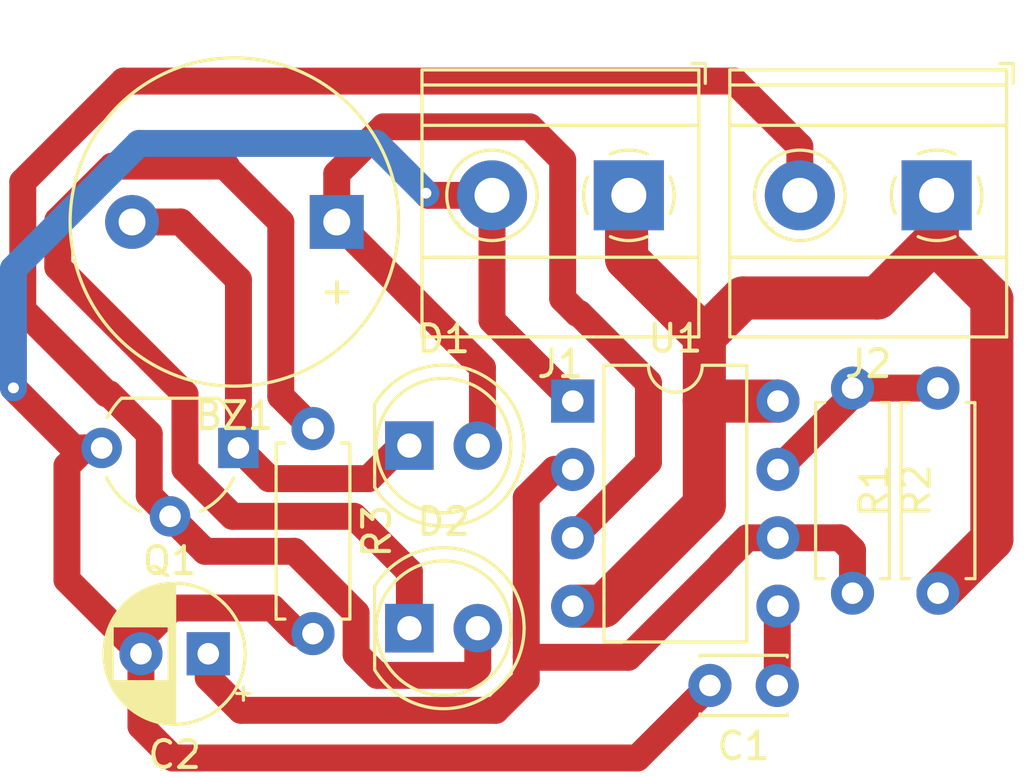
<source format=kicad_pcb>
(kicad_pcb (version 20171130) (host pcbnew "(5.1.12)-1")

  (general
    (thickness 1.6)
    (drawings 0)
    (tracks 118)
    (zones 0)
    (modules 12)
    (nets 10)
  )

  (page A4)
  (layers
    (0 F.Cu signal)
    (31 B.Cu signal)
    (32 B.Adhes user)
    (33 F.Adhes user)
    (34 B.Paste user)
    (35 F.Paste user)
    (36 B.SilkS user)
    (37 F.SilkS user)
    (38 B.Mask user)
    (39 F.Mask user)
    (40 Dwgs.User user)
    (41 Cmts.User user)
    (42 Eco1.User user)
    (43 Eco2.User user)
    (44 Edge.Cuts user)
    (45 Margin user)
    (46 B.CrtYd user)
    (47 F.CrtYd user)
    (48 B.Fab user)
    (49 F.Fab user)
  )

  (setup
    (last_trace_width 1)
    (trace_clearance 0.3)
    (zone_clearance 0.508)
    (zone_45_only no)
    (trace_min 0.2)
    (via_size 0.8)
    (via_drill 0.4)
    (via_min_size 0.4)
    (via_min_drill 0.3)
    (uvia_size 0.3)
    (uvia_drill 0.1)
    (uvias_allowed no)
    (uvia_min_size 0.2)
    (uvia_min_drill 0.1)
    (edge_width 0.05)
    (segment_width 0.2)
    (pcb_text_width 0.3)
    (pcb_text_size 1.5 1.5)
    (mod_edge_width 0.12)
    (mod_text_size 1 1)
    (mod_text_width 0.15)
    (pad_size 1.524 1.524)
    (pad_drill 0.762)
    (pad_to_mask_clearance 0)
    (aux_axis_origin 0 0)
    (visible_elements FFFFFF7F)
    (pcbplotparams
      (layerselection 0x010fc_ffffffff)
      (usegerberextensions false)
      (usegerberattributes true)
      (usegerberadvancedattributes true)
      (creategerberjobfile true)
      (excludeedgelayer true)
      (linewidth 0.100000)
      (plotframeref false)
      (viasonmask false)
      (mode 1)
      (useauxorigin false)
      (hpglpennumber 1)
      (hpglpenspeed 20)
      (hpglpendiameter 15.000000)
      (psnegative false)
      (psa4output false)
      (plotreference true)
      (plotvalue true)
      (plotinvisibletext false)
      (padsonsilk false)
      (subtractmaskfromsilk false)
      (outputformat 1)
      (mirror false)
      (drillshape 1)
      (scaleselection 1)
      (outputdirectory ""))
  )

  (net 0 "")
  (net 1 "Net-(BZ1-Pad2)")
  (net 2 out)
  (net 3 GND)
  (net 4 "Net-(C1-Pad1)")
  (net 5 "Net-(C2-Pad1)")
  (net 6 "Net-(D2-Pad2)")
  (net 7 "Net-(D2-Pad1)")
  (net 8 +9V)
  (net 9 "Net-(R1-Pad2)")

  (net_class Default "This is the default net class."
    (clearance 0.3)
    (trace_width 1)
    (via_dia 0.8)
    (via_drill 0.4)
    (uvia_dia 0.3)
    (uvia_drill 0.1)
    (add_net "Net-(BZ1-Pad2)")
    (add_net "Net-(C1-Pad1)")
    (add_net "Net-(C2-Pad1)")
    (add_net "Net-(D2-Pad1)")
    (add_net "Net-(D2-Pad2)")
    (add_net "Net-(R1-Pad2)")
    (add_net out)
  )

  (net_class power ""
    (clearance 0.3)
    (trace_width 1.6)
    (via_dia 0.8)
    (via_drill 0.4)
    (uvia_dia 0.3)
    (uvia_drill 0.1)
    (add_net +9V)
  )

  (net_class pw ""
    (clearance 0.2)
    (trace_width 1)
    (via_dia 0.8)
    (via_drill 0.4)
    (uvia_dia 0.3)
    (uvia_drill 0.1)
    (add_net GND)
  )

  (module Package_DIP:DIP-8_W7.62mm (layer F.Cu) (tedit 5A02E8C5) (tstamp 61992EAD)
    (at 99.6188 104.0384)
    (descr "8-lead though-hole mounted DIP package, row spacing 7.62 mm (300 mils)")
    (tags "THT DIP DIL PDIP 2.54mm 7.62mm 300mil")
    (path /619C06D6)
    (fp_text reference U1 (at 3.81 -2.33) (layer F.SilkS)
      (effects (font (size 1 1) (thickness 0.15)))
    )
    (fp_text value NE555P (at 3.81 9.95) (layer F.Fab)
      (effects (font (size 1 1) (thickness 0.15)))
    )
    (fp_text user %R (at 3.81 3.81) (layer F.Fab)
      (effects (font (size 1 1) (thickness 0.15)))
    )
    (fp_arc (start 3.81 -1.33) (end 2.81 -1.33) (angle -180) (layer F.SilkS) (width 0.12))
    (fp_line (start 1.635 -1.27) (end 6.985 -1.27) (layer F.Fab) (width 0.1))
    (fp_line (start 6.985 -1.27) (end 6.985 8.89) (layer F.Fab) (width 0.1))
    (fp_line (start 6.985 8.89) (end 0.635 8.89) (layer F.Fab) (width 0.1))
    (fp_line (start 0.635 8.89) (end 0.635 -0.27) (layer F.Fab) (width 0.1))
    (fp_line (start 0.635 -0.27) (end 1.635 -1.27) (layer F.Fab) (width 0.1))
    (fp_line (start 2.81 -1.33) (end 1.16 -1.33) (layer F.SilkS) (width 0.12))
    (fp_line (start 1.16 -1.33) (end 1.16 8.95) (layer F.SilkS) (width 0.12))
    (fp_line (start 1.16 8.95) (end 6.46 8.95) (layer F.SilkS) (width 0.12))
    (fp_line (start 6.46 8.95) (end 6.46 -1.33) (layer F.SilkS) (width 0.12))
    (fp_line (start 6.46 -1.33) (end 4.81 -1.33) (layer F.SilkS) (width 0.12))
    (fp_line (start -1.1 -1.55) (end -1.1 9.15) (layer F.CrtYd) (width 0.05))
    (fp_line (start -1.1 9.15) (end 8.7 9.15) (layer F.CrtYd) (width 0.05))
    (fp_line (start 8.7 9.15) (end 8.7 -1.55) (layer F.CrtYd) (width 0.05))
    (fp_line (start 8.7 -1.55) (end -1.1 -1.55) (layer F.CrtYd) (width 0.05))
    (pad 8 thru_hole oval (at 7.62 0) (size 1.6 1.6) (drill 0.8) (layers *.Cu *.Mask)
      (net 8 +9V))
    (pad 4 thru_hole oval (at 0 7.62) (size 1.6 1.6) (drill 0.8) (layers *.Cu *.Mask)
      (net 8 +9V))
    (pad 7 thru_hole oval (at 7.62 2.54) (size 1.6 1.6) (drill 0.8) (layers *.Cu *.Mask)
      (net 9 "Net-(R1-Pad2)"))
    (pad 3 thru_hole oval (at 0 5.08) (size 1.6 1.6) (drill 0.8) (layers *.Cu *.Mask)
      (net 2 out))
    (pad 6 thru_hole oval (at 7.62 5.08) (size 1.6 1.6) (drill 0.8) (layers *.Cu *.Mask)
      (net 5 "Net-(C2-Pad1)"))
    (pad 2 thru_hole oval (at 0 2.54) (size 1.6 1.6) (drill 0.8) (layers *.Cu *.Mask)
      (net 5 "Net-(C2-Pad1)"))
    (pad 5 thru_hole oval (at 7.62 7.62) (size 1.6 1.6) (drill 0.8) (layers *.Cu *.Mask)
      (net 4 "Net-(C1-Pad1)"))
    (pad 1 thru_hole rect (at 0 0) (size 1.6 1.6) (drill 0.8) (layers *.Cu *.Mask)
      (net 3 GND))
    (model ${KISYS3DMOD}/Package_DIP.3dshapes/DIP-8_W7.62mm.wrl
      (at (xyz 0 0 0))
      (scale (xyz 1 1 1))
      (rotate (xyz 0 0 0))
    )
  )

  (module Resistor_THT:R_Axial_DIN0207_L6.3mm_D2.5mm_P7.62mm_Horizontal (layer F.Cu) (tedit 5AE5139B) (tstamp 61992E91)
    (at 89.97442 105.05948 270)
    (descr "Resistor, Axial_DIN0207 series, Axial, Horizontal, pin pitch=7.62mm, 0.25W = 1/4W, length*diameter=6.3*2.5mm^2, http://cdn-reichelt.de/documents/datenblatt/B400/1_4W%23YAG.pdf")
    (tags "Resistor Axial_DIN0207 series Axial Horizontal pin pitch 7.62mm 0.25W = 1/4W length 6.3mm diameter 2.5mm")
    (path /619A189F)
    (fp_text reference R3 (at 3.81 -2.37 90) (layer F.SilkS)
      (effects (font (size 1 1) (thickness 0.15)))
    )
    (fp_text value 1k (at 3.81 2.37 90) (layer F.Fab)
      (effects (font (size 1 1) (thickness 0.15)))
    )
    (fp_text user %R (at 3.81 0 90) (layer F.Fab)
      (effects (font (size 1 1) (thickness 0.15)))
    )
    (fp_line (start 0.66 -1.25) (end 0.66 1.25) (layer F.Fab) (width 0.1))
    (fp_line (start 0.66 1.25) (end 6.96 1.25) (layer F.Fab) (width 0.1))
    (fp_line (start 6.96 1.25) (end 6.96 -1.25) (layer F.Fab) (width 0.1))
    (fp_line (start 6.96 -1.25) (end 0.66 -1.25) (layer F.Fab) (width 0.1))
    (fp_line (start 0 0) (end 0.66 0) (layer F.Fab) (width 0.1))
    (fp_line (start 7.62 0) (end 6.96 0) (layer F.Fab) (width 0.1))
    (fp_line (start 0.54 -1.04) (end 0.54 -1.37) (layer F.SilkS) (width 0.12))
    (fp_line (start 0.54 -1.37) (end 7.08 -1.37) (layer F.SilkS) (width 0.12))
    (fp_line (start 7.08 -1.37) (end 7.08 -1.04) (layer F.SilkS) (width 0.12))
    (fp_line (start 0.54 1.04) (end 0.54 1.37) (layer F.SilkS) (width 0.12))
    (fp_line (start 0.54 1.37) (end 7.08 1.37) (layer F.SilkS) (width 0.12))
    (fp_line (start 7.08 1.37) (end 7.08 1.04) (layer F.SilkS) (width 0.12))
    (fp_line (start -1.05 -1.5) (end -1.05 1.5) (layer F.CrtYd) (width 0.05))
    (fp_line (start -1.05 1.5) (end 8.67 1.5) (layer F.CrtYd) (width 0.05))
    (fp_line (start 8.67 1.5) (end 8.67 -1.5) (layer F.CrtYd) (width 0.05))
    (fp_line (start 8.67 -1.5) (end -1.05 -1.5) (layer F.CrtYd) (width 0.05))
    (pad 2 thru_hole oval (at 7.62 0 270) (size 1.6 1.6) (drill 0.8) (layers *.Cu *.Mask)
      (net 3 GND))
    (pad 1 thru_hole circle (at 0 0 270) (size 1.6 1.6) (drill 0.8) (layers *.Cu *.Mask)
      (net 7 "Net-(D2-Pad1)"))
    (model ${KISYS3DMOD}/Resistor_THT.3dshapes/R_Axial_DIN0207_L6.3mm_D2.5mm_P7.62mm_Horizontal.wrl
      (at (xyz 0 0 0))
      (scale (xyz 1 1 1))
      (rotate (xyz 0 0 0))
    )
  )

  (module Resistor_THT:R_Axial_DIN0207_L6.3mm_D2.5mm_P7.62mm_Horizontal (layer F.Cu) (tedit 5AE5139B) (tstamp 61992E7A)
    (at 110.0074 103.5558 270)
    (descr "Resistor, Axial_DIN0207 series, Axial, Horizontal, pin pitch=7.62mm, 0.25W = 1/4W, length*diameter=6.3*2.5mm^2, http://cdn-reichelt.de/documents/datenblatt/B400/1_4W%23YAG.pdf")
    (tags "Resistor Axial_DIN0207 series Axial Horizontal pin pitch 7.62mm 0.25W = 1/4W length 6.3mm diameter 2.5mm")
    (path /619950B6)
    (fp_text reference R2 (at 3.81 -2.37 90) (layer F.SilkS)
      (effects (font (size 1 1) (thickness 0.15)))
    )
    (fp_text value 440k (at 3.81 2.37 90) (layer F.Fab)
      (effects (font (size 1 1) (thickness 0.15)))
    )
    (fp_text user %R (at 3.81 0 90) (layer F.Fab)
      (effects (font (size 1 1) (thickness 0.15)))
    )
    (fp_line (start 0.66 -1.25) (end 0.66 1.25) (layer F.Fab) (width 0.1))
    (fp_line (start 0.66 1.25) (end 6.96 1.25) (layer F.Fab) (width 0.1))
    (fp_line (start 6.96 1.25) (end 6.96 -1.25) (layer F.Fab) (width 0.1))
    (fp_line (start 6.96 -1.25) (end 0.66 -1.25) (layer F.Fab) (width 0.1))
    (fp_line (start 0 0) (end 0.66 0) (layer F.Fab) (width 0.1))
    (fp_line (start 7.62 0) (end 6.96 0) (layer F.Fab) (width 0.1))
    (fp_line (start 0.54 -1.04) (end 0.54 -1.37) (layer F.SilkS) (width 0.12))
    (fp_line (start 0.54 -1.37) (end 7.08 -1.37) (layer F.SilkS) (width 0.12))
    (fp_line (start 7.08 -1.37) (end 7.08 -1.04) (layer F.SilkS) (width 0.12))
    (fp_line (start 0.54 1.04) (end 0.54 1.37) (layer F.SilkS) (width 0.12))
    (fp_line (start 0.54 1.37) (end 7.08 1.37) (layer F.SilkS) (width 0.12))
    (fp_line (start 7.08 1.37) (end 7.08 1.04) (layer F.SilkS) (width 0.12))
    (fp_line (start -1.05 -1.5) (end -1.05 1.5) (layer F.CrtYd) (width 0.05))
    (fp_line (start -1.05 1.5) (end 8.67 1.5) (layer F.CrtYd) (width 0.05))
    (fp_line (start 8.67 1.5) (end 8.67 -1.5) (layer F.CrtYd) (width 0.05))
    (fp_line (start 8.67 -1.5) (end -1.05 -1.5) (layer F.CrtYd) (width 0.05))
    (pad 2 thru_hole oval (at 7.62 0 270) (size 1.6 1.6) (drill 0.8) (layers *.Cu *.Mask)
      (net 5 "Net-(C2-Pad1)"))
    (pad 1 thru_hole circle (at 0 0 270) (size 1.6 1.6) (drill 0.8) (layers *.Cu *.Mask)
      (net 9 "Net-(R1-Pad2)"))
    (model ${KISYS3DMOD}/Resistor_THT.3dshapes/R_Axial_DIN0207_L6.3mm_D2.5mm_P7.62mm_Horizontal.wrl
      (at (xyz 0 0 0))
      (scale (xyz 1 1 1))
      (rotate (xyz 0 0 0))
    )
  )

  (module Resistor_THT:R_Axial_DIN0207_L6.3mm_D2.5mm_P7.62mm_Horizontal (layer F.Cu) (tedit 5AE5139B) (tstamp 61992E63)
    (at 113.1824 111.1758 90)
    (descr "Resistor, Axial_DIN0207 series, Axial, Horizontal, pin pitch=7.62mm, 0.25W = 1/4W, length*diameter=6.3*2.5mm^2, http://cdn-reichelt.de/documents/datenblatt/B400/1_4W%23YAG.pdf")
    (tags "Resistor Axial_DIN0207 series Axial Horizontal pin pitch 7.62mm 0.25W = 1/4W length 6.3mm diameter 2.5mm")
    (path /6199680F)
    (fp_text reference R1 (at 3.81 -2.37 90) (layer F.SilkS)
      (effects (font (size 1 1) (thickness 0.15)))
    )
    (fp_text value 1k (at 3.81 2.37 90) (layer F.Fab)
      (effects (font (size 1 1) (thickness 0.15)))
    )
    (fp_text user %R (at 3.81 0 90) (layer F.Fab)
      (effects (font (size 1 1) (thickness 0.15)))
    )
    (fp_line (start 0.66 -1.25) (end 0.66 1.25) (layer F.Fab) (width 0.1))
    (fp_line (start 0.66 1.25) (end 6.96 1.25) (layer F.Fab) (width 0.1))
    (fp_line (start 6.96 1.25) (end 6.96 -1.25) (layer F.Fab) (width 0.1))
    (fp_line (start 6.96 -1.25) (end 0.66 -1.25) (layer F.Fab) (width 0.1))
    (fp_line (start 0 0) (end 0.66 0) (layer F.Fab) (width 0.1))
    (fp_line (start 7.62 0) (end 6.96 0) (layer F.Fab) (width 0.1))
    (fp_line (start 0.54 -1.04) (end 0.54 -1.37) (layer F.SilkS) (width 0.12))
    (fp_line (start 0.54 -1.37) (end 7.08 -1.37) (layer F.SilkS) (width 0.12))
    (fp_line (start 7.08 -1.37) (end 7.08 -1.04) (layer F.SilkS) (width 0.12))
    (fp_line (start 0.54 1.04) (end 0.54 1.37) (layer F.SilkS) (width 0.12))
    (fp_line (start 0.54 1.37) (end 7.08 1.37) (layer F.SilkS) (width 0.12))
    (fp_line (start 7.08 1.37) (end 7.08 1.04) (layer F.SilkS) (width 0.12))
    (fp_line (start -1.05 -1.5) (end -1.05 1.5) (layer F.CrtYd) (width 0.05))
    (fp_line (start -1.05 1.5) (end 8.67 1.5) (layer F.CrtYd) (width 0.05))
    (fp_line (start 8.67 1.5) (end 8.67 -1.5) (layer F.CrtYd) (width 0.05))
    (fp_line (start 8.67 -1.5) (end -1.05 -1.5) (layer F.CrtYd) (width 0.05))
    (pad 2 thru_hole oval (at 7.62 0 90) (size 1.6 1.6) (drill 0.8) (layers *.Cu *.Mask)
      (net 9 "Net-(R1-Pad2)"))
    (pad 1 thru_hole circle (at 0 0 90) (size 1.6 1.6) (drill 0.8) (layers *.Cu *.Mask)
      (net 8 +9V))
    (model ${KISYS3DMOD}/Resistor_THT.3dshapes/R_Axial_DIN0207_L6.3mm_D2.5mm_P7.62mm_Horizontal.wrl
      (at (xyz 0 0 0))
      (scale (xyz 1 1 1))
      (rotate (xyz 0 0 0))
    )
  )

  (module Package_TO_SOT_THT:TO-92_Wide (layer F.Cu) (tedit 5A2795B7) (tstamp 61992E4C)
    (at 87.20582 105.78084 180)
    (descr "TO-92 leads molded, wide, drill 0.75mm (see NXP sot054_po.pdf)")
    (tags "to-92 sc-43 sc-43a sot54 PA33 transistor")
    (path /619A1E0B)
    (fp_text reference Q1 (at 2.55 -4.19) (layer F.SilkS)
      (effects (font (size 1 1) (thickness 0.15)))
    )
    (fp_text value BC557 (at 2.54 2.79) (layer F.Fab)
      (effects (font (size 1 1) (thickness 0.15)))
    )
    (fp_arc (start 2.54 0) (end 4.34 1.85) (angle -20) (layer F.SilkS) (width 0.12))
    (fp_arc (start 2.54 0) (end 2.54 -2.48) (angle -135) (layer F.Fab) (width 0.1))
    (fp_arc (start 2.54 0) (end 2.54 -2.48) (angle 135) (layer F.Fab) (width 0.1))
    (fp_arc (start 2.54 0) (end 3.65 -2.35) (angle 39.71668247) (layer F.SilkS) (width 0.12))
    (fp_arc (start 2.54 0) (end 1.4 -2.35) (angle -39.12170074) (layer F.SilkS) (width 0.12))
    (fp_arc (start 2.54 0) (end 0.74 1.85) (angle 20) (layer F.SilkS) (width 0.12))
    (fp_text user %R (at 2.54 0) (layer F.Fab)
      (effects (font (size 1 1) (thickness 0.15)))
    )
    (fp_line (start 0.74 1.85) (end 4.34 1.85) (layer F.SilkS) (width 0.12))
    (fp_line (start 0.8 1.75) (end 4.3 1.75) (layer F.Fab) (width 0.1))
    (fp_line (start -1.01 -3.55) (end 6.09 -3.55) (layer F.CrtYd) (width 0.05))
    (fp_line (start -1.01 -3.55) (end -1.01 2.01) (layer F.CrtYd) (width 0.05))
    (fp_line (start 6.09 2.01) (end 6.09 -3.55) (layer F.CrtYd) (width 0.05))
    (fp_line (start 6.09 2.01) (end -1.01 2.01) (layer F.CrtYd) (width 0.05))
    (pad 1 thru_hole rect (at 0 0 180) (size 1.5 1.5) (drill 0.8) (layers *.Cu *.Mask)
      (net 1 "Net-(BZ1-Pad2)"))
    (pad 3 thru_hole circle (at 5.08 0 180) (size 1.5 1.5) (drill 0.8) (layers *.Cu *.Mask)
      (net 3 GND))
    (pad 2 thru_hole circle (at 2.54 -2.54 180) (size 1.5 1.5) (drill 0.8) (layers *.Cu *.Mask)
      (net 6 "Net-(D2-Pad2)"))
    (model ${KISYS3DMOD}/Package_TO_SOT_THT.3dshapes/TO-92_Wide.wrl
      (at (xyz 0 0 0))
      (scale (xyz 1 1 1))
      (rotate (xyz 0 0 0))
    )
  )

  (module TerminalBlock_Phoenix:TerminalBlock_Phoenix_MKDS-1,5-2-5.08_1x02_P5.08mm_Horizontal (layer F.Cu) (tedit 5B294EBC) (tstamp 61992E38)
    (at 113.1316 96.393 180)
    (descr "Terminal Block Phoenix MKDS-1,5-2-5.08, 2 pins, pitch 5.08mm, size 10.2x9.8mm^2, drill diamater 1.3mm, pad diameter 2.6mm, see http://www.farnell.com/datasheets/100425.pdf, script-generated using https://github.com/pointhi/kicad-footprint-generator/scripts/TerminalBlock_Phoenix")
    (tags "THT Terminal Block Phoenix MKDS-1,5-2-5.08 pitch 5.08mm size 10.2x9.8mm^2 drill 1.3mm pad 2.6mm")
    (path /619A4DBA)
    (fp_text reference J2 (at 2.54 -6.26) (layer F.SilkS)
      (effects (font (size 1 1) (thickness 0.15)))
    )
    (fp_text value break_wire (at 2.54 5.66) (layer F.Fab)
      (effects (font (size 1 1) (thickness 0.15)))
    )
    (fp_text user %R (at 2.54 3.2) (layer F.Fab)
      (effects (font (size 1 1) (thickness 0.15)))
    )
    (fp_arc (start 0 0) (end -0.684 1.535) (angle -25) (layer F.SilkS) (width 0.12))
    (fp_arc (start 0 0) (end -1.535 -0.684) (angle -48) (layer F.SilkS) (width 0.12))
    (fp_arc (start 0 0) (end 0.684 -1.535) (angle -48) (layer F.SilkS) (width 0.12))
    (fp_arc (start 0 0) (end 1.535 0.684) (angle -48) (layer F.SilkS) (width 0.12))
    (fp_arc (start 0 0) (end 0 1.68) (angle -24) (layer F.SilkS) (width 0.12))
    (fp_circle (center 0 0) (end 1.5 0) (layer F.Fab) (width 0.1))
    (fp_circle (center 5.08 0) (end 6.58 0) (layer F.Fab) (width 0.1))
    (fp_circle (center 5.08 0) (end 6.76 0) (layer F.SilkS) (width 0.12))
    (fp_line (start -2.54 -5.2) (end 7.62 -5.2) (layer F.Fab) (width 0.1))
    (fp_line (start 7.62 -5.2) (end 7.62 4.6) (layer F.Fab) (width 0.1))
    (fp_line (start 7.62 4.6) (end -2.04 4.6) (layer F.Fab) (width 0.1))
    (fp_line (start -2.04 4.6) (end -2.54 4.1) (layer F.Fab) (width 0.1))
    (fp_line (start -2.54 4.1) (end -2.54 -5.2) (layer F.Fab) (width 0.1))
    (fp_line (start -2.54 4.1) (end 7.62 4.1) (layer F.Fab) (width 0.1))
    (fp_line (start -2.6 4.1) (end 7.68 4.1) (layer F.SilkS) (width 0.12))
    (fp_line (start -2.54 2.6) (end 7.62 2.6) (layer F.Fab) (width 0.1))
    (fp_line (start -2.6 2.6) (end 7.68 2.6) (layer F.SilkS) (width 0.12))
    (fp_line (start -2.54 -2.3) (end 7.62 -2.3) (layer F.Fab) (width 0.1))
    (fp_line (start -2.6 -2.301) (end 7.68 -2.301) (layer F.SilkS) (width 0.12))
    (fp_line (start -2.6 -5.261) (end 7.68 -5.261) (layer F.SilkS) (width 0.12))
    (fp_line (start -2.6 4.66) (end 7.68 4.66) (layer F.SilkS) (width 0.12))
    (fp_line (start -2.6 -5.261) (end -2.6 4.66) (layer F.SilkS) (width 0.12))
    (fp_line (start 7.68 -5.261) (end 7.68 4.66) (layer F.SilkS) (width 0.12))
    (fp_line (start 1.138 -0.955) (end -0.955 1.138) (layer F.Fab) (width 0.1))
    (fp_line (start 0.955 -1.138) (end -1.138 0.955) (layer F.Fab) (width 0.1))
    (fp_line (start 6.218 -0.955) (end 4.126 1.138) (layer F.Fab) (width 0.1))
    (fp_line (start 6.035 -1.138) (end 3.943 0.955) (layer F.Fab) (width 0.1))
    (fp_line (start 6.355 -1.069) (end 6.308 -1.023) (layer F.SilkS) (width 0.12))
    (fp_line (start 4.046 1.239) (end 4.011 1.274) (layer F.SilkS) (width 0.12))
    (fp_line (start 6.15 -1.275) (end 6.115 -1.239) (layer F.SilkS) (width 0.12))
    (fp_line (start 3.853 1.023) (end 3.806 1.069) (layer F.SilkS) (width 0.12))
    (fp_line (start -2.84 4.16) (end -2.84 4.9) (layer F.SilkS) (width 0.12))
    (fp_line (start -2.84 4.9) (end -2.34 4.9) (layer F.SilkS) (width 0.12))
    (fp_line (start -3.04 -5.71) (end -3.04 5.1) (layer F.CrtYd) (width 0.05))
    (fp_line (start -3.04 5.1) (end 8.13 5.1) (layer F.CrtYd) (width 0.05))
    (fp_line (start 8.13 5.1) (end 8.13 -5.71) (layer F.CrtYd) (width 0.05))
    (fp_line (start 8.13 -5.71) (end -3.04 -5.71) (layer F.CrtYd) (width 0.05))
    (pad 2 thru_hole circle (at 5.08 0 180) (size 2.6 2.6) (drill 1.3) (layers *.Cu *.Mask)
      (net 6 "Net-(D2-Pad2)"))
    (pad 1 thru_hole rect (at 0 0 180) (size 2.6 2.6) (drill 1.3) (layers *.Cu *.Mask)
      (net 8 +9V))
    (model ${KISYS3DMOD}/TerminalBlock_Phoenix.3dshapes/TerminalBlock_Phoenix_MKDS-1,5-2-5.08_1x02_P5.08mm_Horizontal.wrl
      (at (xyz 0 0 0))
      (scale (xyz 1 1 1))
      (rotate (xyz 0 0 0))
    )
  )

  (module TerminalBlock_Phoenix:TerminalBlock_Phoenix_MKDS-1,5-2-5.08_1x02_P5.08mm_Horizontal (layer F.Cu) (tedit 5B294EBC) (tstamp 61992E0C)
    (at 101.7016 96.393 180)
    (descr "Terminal Block Phoenix MKDS-1,5-2-5.08, 2 pins, pitch 5.08mm, size 10.2x9.8mm^2, drill diamater 1.3mm, pad diameter 2.6mm, see http://www.farnell.com/datasheets/100425.pdf, script-generated using https://github.com/pointhi/kicad-footprint-generator/scripts/TerminalBlock_Phoenix")
    (tags "THT Terminal Block Phoenix MKDS-1,5-2-5.08 pitch 5.08mm size 10.2x9.8mm^2 drill 1.3mm pad 2.6mm")
    (path /619A8C88)
    (fp_text reference J1 (at 2.54 -6.26) (layer F.SilkS)
      (effects (font (size 1 1) (thickness 0.15)))
    )
    (fp_text value power_Supply (at 2.54 5.66) (layer F.Fab)
      (effects (font (size 1 1) (thickness 0.15)))
    )
    (fp_text user %R (at 2.54 3.2) (layer F.Fab)
      (effects (font (size 1 1) (thickness 0.15)))
    )
    (fp_arc (start 0 0) (end -0.684 1.535) (angle -25) (layer F.SilkS) (width 0.12))
    (fp_arc (start 0 0) (end -1.535 -0.684) (angle -48) (layer F.SilkS) (width 0.12))
    (fp_arc (start 0 0) (end 0.684 -1.535) (angle -48) (layer F.SilkS) (width 0.12))
    (fp_arc (start 0 0) (end 1.535 0.684) (angle -48) (layer F.SilkS) (width 0.12))
    (fp_arc (start 0 0) (end 0 1.68) (angle -24) (layer F.SilkS) (width 0.12))
    (fp_circle (center 0 0) (end 1.5 0) (layer F.Fab) (width 0.1))
    (fp_circle (center 5.08 0) (end 6.58 0) (layer F.Fab) (width 0.1))
    (fp_circle (center 5.08 0) (end 6.76 0) (layer F.SilkS) (width 0.12))
    (fp_line (start -2.54 -5.2) (end 7.62 -5.2) (layer F.Fab) (width 0.1))
    (fp_line (start 7.62 -5.2) (end 7.62 4.6) (layer F.Fab) (width 0.1))
    (fp_line (start 7.62 4.6) (end -2.04 4.6) (layer F.Fab) (width 0.1))
    (fp_line (start -2.04 4.6) (end -2.54 4.1) (layer F.Fab) (width 0.1))
    (fp_line (start -2.54 4.1) (end -2.54 -5.2) (layer F.Fab) (width 0.1))
    (fp_line (start -2.54 4.1) (end 7.62 4.1) (layer F.Fab) (width 0.1))
    (fp_line (start -2.6 4.1) (end 7.68 4.1) (layer F.SilkS) (width 0.12))
    (fp_line (start -2.54 2.6) (end 7.62 2.6) (layer F.Fab) (width 0.1))
    (fp_line (start -2.6 2.6) (end 7.68 2.6) (layer F.SilkS) (width 0.12))
    (fp_line (start -2.54 -2.3) (end 7.62 -2.3) (layer F.Fab) (width 0.1))
    (fp_line (start -2.6 -2.301) (end 7.68 -2.301) (layer F.SilkS) (width 0.12))
    (fp_line (start -2.6 -5.261) (end 7.68 -5.261) (layer F.SilkS) (width 0.12))
    (fp_line (start -2.6 4.66) (end 7.68 4.66) (layer F.SilkS) (width 0.12))
    (fp_line (start -2.6 -5.261) (end -2.6 4.66) (layer F.SilkS) (width 0.12))
    (fp_line (start 7.68 -5.261) (end 7.68 4.66) (layer F.SilkS) (width 0.12))
    (fp_line (start 1.138 -0.955) (end -0.955 1.138) (layer F.Fab) (width 0.1))
    (fp_line (start 0.955 -1.138) (end -1.138 0.955) (layer F.Fab) (width 0.1))
    (fp_line (start 6.218 -0.955) (end 4.126 1.138) (layer F.Fab) (width 0.1))
    (fp_line (start 6.035 -1.138) (end 3.943 0.955) (layer F.Fab) (width 0.1))
    (fp_line (start 6.355 -1.069) (end 6.308 -1.023) (layer F.SilkS) (width 0.12))
    (fp_line (start 4.046 1.239) (end 4.011 1.274) (layer F.SilkS) (width 0.12))
    (fp_line (start 6.15 -1.275) (end 6.115 -1.239) (layer F.SilkS) (width 0.12))
    (fp_line (start 3.853 1.023) (end 3.806 1.069) (layer F.SilkS) (width 0.12))
    (fp_line (start -2.84 4.16) (end -2.84 4.9) (layer F.SilkS) (width 0.12))
    (fp_line (start -2.84 4.9) (end -2.34 4.9) (layer F.SilkS) (width 0.12))
    (fp_line (start -3.04 -5.71) (end -3.04 5.1) (layer F.CrtYd) (width 0.05))
    (fp_line (start -3.04 5.1) (end 8.13 5.1) (layer F.CrtYd) (width 0.05))
    (fp_line (start 8.13 5.1) (end 8.13 -5.71) (layer F.CrtYd) (width 0.05))
    (fp_line (start 8.13 -5.71) (end -3.04 -5.71) (layer F.CrtYd) (width 0.05))
    (pad 2 thru_hole circle (at 5.08 0 180) (size 2.6 2.6) (drill 1.3) (layers *.Cu *.Mask)
      (net 3 GND))
    (pad 1 thru_hole rect (at 0 0 180) (size 2.6 2.6) (drill 1.3) (layers *.Cu *.Mask)
      (net 8 +9V))
    (model ${KISYS3DMOD}/TerminalBlock_Phoenix.3dshapes/TerminalBlock_Phoenix_MKDS-1,5-2-5.08_1x02_P5.08mm_Horizontal.wrl
      (at (xyz 0 0 0))
      (scale (xyz 1 1 1))
      (rotate (xyz 0 0 0))
    )
  )

  (module LED_THT:LED_D5.0mm (layer F.Cu) (tedit 5995936A) (tstamp 61992DE0)
    (at 93.55328 112.47628)
    (descr "LED, diameter 5.0mm, 2 pins, http://cdn-reichelt.de/documents/datenblatt/A500/LL-504BC2E-009.pdf")
    (tags "LED diameter 5.0mm 2 pins")
    (path /619A0DEA)
    (fp_text reference D2 (at 1.27 -3.96) (layer F.SilkS)
      (effects (font (size 1 1) (thickness 0.15)))
    )
    (fp_text value Green_LED (at 1.27 3.96) (layer F.Fab)
      (effects (font (size 1 1) (thickness 0.15)))
    )
    (fp_text user %R (at 1.25 0) (layer F.Fab)
      (effects (font (size 0.8 0.8) (thickness 0.2)))
    )
    (fp_arc (start 1.27 0) (end -1.29 1.54483) (angle -148.9) (layer F.SilkS) (width 0.12))
    (fp_arc (start 1.27 0) (end -1.29 -1.54483) (angle 148.9) (layer F.SilkS) (width 0.12))
    (fp_arc (start 1.27 0) (end -1.23 -1.469694) (angle 299.1) (layer F.Fab) (width 0.1))
    (fp_circle (center 1.27 0) (end 3.77 0) (layer F.Fab) (width 0.1))
    (fp_circle (center 1.27 0) (end 3.77 0) (layer F.SilkS) (width 0.12))
    (fp_line (start -1.23 -1.469694) (end -1.23 1.469694) (layer F.Fab) (width 0.1))
    (fp_line (start -1.29 -1.545) (end -1.29 1.545) (layer F.SilkS) (width 0.12))
    (fp_line (start -1.95 -3.25) (end -1.95 3.25) (layer F.CrtYd) (width 0.05))
    (fp_line (start -1.95 3.25) (end 4.5 3.25) (layer F.CrtYd) (width 0.05))
    (fp_line (start 4.5 3.25) (end 4.5 -3.25) (layer F.CrtYd) (width 0.05))
    (fp_line (start 4.5 -3.25) (end -1.95 -3.25) (layer F.CrtYd) (width 0.05))
    (pad 2 thru_hole circle (at 2.54 0) (size 1.8 1.8) (drill 0.9) (layers *.Cu *.Mask)
      (net 6 "Net-(D2-Pad2)"))
    (pad 1 thru_hole rect (at 0 0) (size 1.8 1.8) (drill 0.9) (layers *.Cu *.Mask)
      (net 7 "Net-(D2-Pad1)"))
    (model ${KISYS3DMOD}/LED_THT.3dshapes/LED_D5.0mm.wrl
      (at (xyz 0 0 0))
      (scale (xyz 1 1 1))
      (rotate (xyz 0 0 0))
    )
  )

  (module LED_THT:LED_D5.0mm (layer F.Cu) (tedit 5995936A) (tstamp 61992DCE)
    (at 93.55328 105.69194)
    (descr "LED, diameter 5.0mm, 2 pins, http://cdn-reichelt.de/documents/datenblatt/A500/LL-504BC2E-009.pdf")
    (tags "LED diameter 5.0mm 2 pins")
    (path /61999E55)
    (fp_text reference D1 (at 1.27 -3.96) (layer F.SilkS)
      (effects (font (size 1 1) (thickness 0.15)))
    )
    (fp_text value Red_LED (at 1.27 3.96) (layer F.Fab)
      (effects (font (size 1 1) (thickness 0.15)))
    )
    (fp_text user %R (at 0.3154 -0.3616) (layer F.Fab)
      (effects (font (size 0.8 0.8) (thickness 0.2)))
    )
    (fp_arc (start 1.27 0) (end -1.29 1.54483) (angle -148.9) (layer F.SilkS) (width 0.12))
    (fp_arc (start 1.27 0) (end -1.29 -1.54483) (angle 148.9) (layer F.SilkS) (width 0.12))
    (fp_arc (start 1.27 0) (end -1.23 -1.469694) (angle 299.1) (layer F.Fab) (width 0.1))
    (fp_circle (center 1.27 0) (end 3.77 0) (layer F.Fab) (width 0.1))
    (fp_circle (center 1.27 0) (end 3.77 0) (layer F.SilkS) (width 0.12))
    (fp_line (start -1.23 -1.469694) (end -1.23 1.469694) (layer F.Fab) (width 0.1))
    (fp_line (start -1.29 -1.545) (end -1.29 1.545) (layer F.SilkS) (width 0.12))
    (fp_line (start -1.95 -3.25) (end -1.95 3.25) (layer F.CrtYd) (width 0.05))
    (fp_line (start -1.95 3.25) (end 4.5 3.25) (layer F.CrtYd) (width 0.05))
    (fp_line (start 4.5 3.25) (end 4.5 -3.25) (layer F.CrtYd) (width 0.05))
    (fp_line (start 4.5 -3.25) (end -1.95 -3.25) (layer F.CrtYd) (width 0.05))
    (pad 2 thru_hole circle (at 2.54 0) (size 1.8 1.8) (drill 0.9) (layers *.Cu *.Mask)
      (net 2 out))
    (pad 1 thru_hole rect (at 0 0) (size 1.8 1.8) (drill 0.9) (layers *.Cu *.Mask)
      (net 1 "Net-(BZ1-Pad2)"))
    (model ${KISYS3DMOD}/LED_THT.3dshapes/LED_D5.0mm.wrl
      (at (xyz 0 0 0))
      (scale (xyz 1 1 1))
      (rotate (xyz 0 0 0))
    )
  )

  (module Capacitor_THT:CP_Radial_D5.0mm_P2.50mm (layer F.Cu) (tedit 5AE50EF0) (tstamp 61992DBC)
    (at 86.08568 113.42624 180)
    (descr "CP, Radial series, Radial, pin pitch=2.50mm, , diameter=5mm, Electrolytic Capacitor")
    (tags "CP Radial series Radial pin pitch 2.50mm  diameter 5mm Electrolytic Capacitor")
    (path /619914CF)
    (fp_text reference C2 (at 1.25 -3.75) (layer F.SilkS)
      (effects (font (size 1 1) (thickness 0.15)))
    )
    (fp_text value 1uf (at 1.25 3.75) (layer F.Fab)
      (effects (font (size 1 1) (thickness 0.15)))
    )
    (fp_text user %R (at 1.25 0) (layer F.Fab)
      (effects (font (size 1 1) (thickness 0.15)))
    )
    (fp_circle (center 1.25 0) (end 3.75 0) (layer F.Fab) (width 0.1))
    (fp_circle (center 1.25 0) (end 3.87 0) (layer F.SilkS) (width 0.12))
    (fp_circle (center 1.25 0) (end 4 0) (layer F.CrtYd) (width 0.05))
    (fp_line (start -0.883605 -1.0875) (end -0.383605 -1.0875) (layer F.Fab) (width 0.1))
    (fp_line (start -0.633605 -1.3375) (end -0.633605 -0.8375) (layer F.Fab) (width 0.1))
    (fp_line (start 1.25 -2.58) (end 1.25 2.58) (layer F.SilkS) (width 0.12))
    (fp_line (start 1.29 -2.58) (end 1.29 2.58) (layer F.SilkS) (width 0.12))
    (fp_line (start 1.33 -2.579) (end 1.33 2.579) (layer F.SilkS) (width 0.12))
    (fp_line (start 1.37 -2.578) (end 1.37 2.578) (layer F.SilkS) (width 0.12))
    (fp_line (start 1.41 -2.576) (end 1.41 2.576) (layer F.SilkS) (width 0.12))
    (fp_line (start 1.45 -2.573) (end 1.45 2.573) (layer F.SilkS) (width 0.12))
    (fp_line (start 1.49 -2.569) (end 1.49 -1.04) (layer F.SilkS) (width 0.12))
    (fp_line (start 1.49 1.04) (end 1.49 2.569) (layer F.SilkS) (width 0.12))
    (fp_line (start 1.53 -2.565) (end 1.53 -1.04) (layer F.SilkS) (width 0.12))
    (fp_line (start 1.53 1.04) (end 1.53 2.565) (layer F.SilkS) (width 0.12))
    (fp_line (start 1.57 -2.561) (end 1.57 -1.04) (layer F.SilkS) (width 0.12))
    (fp_line (start 1.57 1.04) (end 1.57 2.561) (layer F.SilkS) (width 0.12))
    (fp_line (start 1.61 -2.556) (end 1.61 -1.04) (layer F.SilkS) (width 0.12))
    (fp_line (start 1.61 1.04) (end 1.61 2.556) (layer F.SilkS) (width 0.12))
    (fp_line (start 1.65 -2.55) (end 1.65 -1.04) (layer F.SilkS) (width 0.12))
    (fp_line (start 1.65 1.04) (end 1.65 2.55) (layer F.SilkS) (width 0.12))
    (fp_line (start 1.69 -2.543) (end 1.69 -1.04) (layer F.SilkS) (width 0.12))
    (fp_line (start 1.69 1.04) (end 1.69 2.543) (layer F.SilkS) (width 0.12))
    (fp_line (start 1.73 -2.536) (end 1.73 -1.04) (layer F.SilkS) (width 0.12))
    (fp_line (start 1.73 1.04) (end 1.73 2.536) (layer F.SilkS) (width 0.12))
    (fp_line (start 1.77 -2.528) (end 1.77 -1.04) (layer F.SilkS) (width 0.12))
    (fp_line (start 1.77 1.04) (end 1.77 2.528) (layer F.SilkS) (width 0.12))
    (fp_line (start 1.81 -2.52) (end 1.81 -1.04) (layer F.SilkS) (width 0.12))
    (fp_line (start 1.81 1.04) (end 1.81 2.52) (layer F.SilkS) (width 0.12))
    (fp_line (start 1.85 -2.511) (end 1.85 -1.04) (layer F.SilkS) (width 0.12))
    (fp_line (start 1.85 1.04) (end 1.85 2.511) (layer F.SilkS) (width 0.12))
    (fp_line (start 1.89 -2.501) (end 1.89 -1.04) (layer F.SilkS) (width 0.12))
    (fp_line (start 1.89 1.04) (end 1.89 2.501) (layer F.SilkS) (width 0.12))
    (fp_line (start 1.93 -2.491) (end 1.93 -1.04) (layer F.SilkS) (width 0.12))
    (fp_line (start 1.93 1.04) (end 1.93 2.491) (layer F.SilkS) (width 0.12))
    (fp_line (start 1.971 -2.48) (end 1.971 -1.04) (layer F.SilkS) (width 0.12))
    (fp_line (start 1.971 1.04) (end 1.971 2.48) (layer F.SilkS) (width 0.12))
    (fp_line (start 2.011 -2.468) (end 2.011 -1.04) (layer F.SilkS) (width 0.12))
    (fp_line (start 2.011 1.04) (end 2.011 2.468) (layer F.SilkS) (width 0.12))
    (fp_line (start 2.051 -2.455) (end 2.051 -1.04) (layer F.SilkS) (width 0.12))
    (fp_line (start 2.051 1.04) (end 2.051 2.455) (layer F.SilkS) (width 0.12))
    (fp_line (start 2.091 -2.442) (end 2.091 -1.04) (layer F.SilkS) (width 0.12))
    (fp_line (start 2.091 1.04) (end 2.091 2.442) (layer F.SilkS) (width 0.12))
    (fp_line (start 2.131 -2.428) (end 2.131 -1.04) (layer F.SilkS) (width 0.12))
    (fp_line (start 2.131 1.04) (end 2.131 2.428) (layer F.SilkS) (width 0.12))
    (fp_line (start 2.171 -2.414) (end 2.171 -1.04) (layer F.SilkS) (width 0.12))
    (fp_line (start 2.171 1.04) (end 2.171 2.414) (layer F.SilkS) (width 0.12))
    (fp_line (start 2.211 -2.398) (end 2.211 -1.04) (layer F.SilkS) (width 0.12))
    (fp_line (start 2.211 1.04) (end 2.211 2.398) (layer F.SilkS) (width 0.12))
    (fp_line (start 2.251 -2.382) (end 2.251 -1.04) (layer F.SilkS) (width 0.12))
    (fp_line (start 2.251 1.04) (end 2.251 2.382) (layer F.SilkS) (width 0.12))
    (fp_line (start 2.291 -2.365) (end 2.291 -1.04) (layer F.SilkS) (width 0.12))
    (fp_line (start 2.291 1.04) (end 2.291 2.365) (layer F.SilkS) (width 0.12))
    (fp_line (start 2.331 -2.348) (end 2.331 -1.04) (layer F.SilkS) (width 0.12))
    (fp_line (start 2.331 1.04) (end 2.331 2.348) (layer F.SilkS) (width 0.12))
    (fp_line (start 2.371 -2.329) (end 2.371 -1.04) (layer F.SilkS) (width 0.12))
    (fp_line (start 2.371 1.04) (end 2.371 2.329) (layer F.SilkS) (width 0.12))
    (fp_line (start 2.411 -2.31) (end 2.411 -1.04) (layer F.SilkS) (width 0.12))
    (fp_line (start 2.411 1.04) (end 2.411 2.31) (layer F.SilkS) (width 0.12))
    (fp_line (start 2.451 -2.29) (end 2.451 -1.04) (layer F.SilkS) (width 0.12))
    (fp_line (start 2.451 1.04) (end 2.451 2.29) (layer F.SilkS) (width 0.12))
    (fp_line (start 2.491 -2.268) (end 2.491 -1.04) (layer F.SilkS) (width 0.12))
    (fp_line (start 2.491 1.04) (end 2.491 2.268) (layer F.SilkS) (width 0.12))
    (fp_line (start 2.531 -2.247) (end 2.531 -1.04) (layer F.SilkS) (width 0.12))
    (fp_line (start 2.531 1.04) (end 2.531 2.247) (layer F.SilkS) (width 0.12))
    (fp_line (start 2.571 -2.224) (end 2.571 -1.04) (layer F.SilkS) (width 0.12))
    (fp_line (start 2.571 1.04) (end 2.571 2.224) (layer F.SilkS) (width 0.12))
    (fp_line (start 2.611 -2.2) (end 2.611 -1.04) (layer F.SilkS) (width 0.12))
    (fp_line (start 2.611 1.04) (end 2.611 2.2) (layer F.SilkS) (width 0.12))
    (fp_line (start 2.651 -2.175) (end 2.651 -1.04) (layer F.SilkS) (width 0.12))
    (fp_line (start 2.651 1.04) (end 2.651 2.175) (layer F.SilkS) (width 0.12))
    (fp_line (start 2.691 -2.149) (end 2.691 -1.04) (layer F.SilkS) (width 0.12))
    (fp_line (start 2.691 1.04) (end 2.691 2.149) (layer F.SilkS) (width 0.12))
    (fp_line (start 2.731 -2.122) (end 2.731 -1.04) (layer F.SilkS) (width 0.12))
    (fp_line (start 2.731 1.04) (end 2.731 2.122) (layer F.SilkS) (width 0.12))
    (fp_line (start 2.771 -2.095) (end 2.771 -1.04) (layer F.SilkS) (width 0.12))
    (fp_line (start 2.771 1.04) (end 2.771 2.095) (layer F.SilkS) (width 0.12))
    (fp_line (start 2.811 -2.065) (end 2.811 -1.04) (layer F.SilkS) (width 0.12))
    (fp_line (start 2.811 1.04) (end 2.811 2.065) (layer F.SilkS) (width 0.12))
    (fp_line (start 2.851 -2.035) (end 2.851 -1.04) (layer F.SilkS) (width 0.12))
    (fp_line (start 2.851 1.04) (end 2.851 2.035) (layer F.SilkS) (width 0.12))
    (fp_line (start 2.891 -2.004) (end 2.891 -1.04) (layer F.SilkS) (width 0.12))
    (fp_line (start 2.891 1.04) (end 2.891 2.004) (layer F.SilkS) (width 0.12))
    (fp_line (start 2.931 -1.971) (end 2.931 -1.04) (layer F.SilkS) (width 0.12))
    (fp_line (start 2.931 1.04) (end 2.931 1.971) (layer F.SilkS) (width 0.12))
    (fp_line (start 2.971 -1.937) (end 2.971 -1.04) (layer F.SilkS) (width 0.12))
    (fp_line (start 2.971 1.04) (end 2.971 1.937) (layer F.SilkS) (width 0.12))
    (fp_line (start 3.011 -1.901) (end 3.011 -1.04) (layer F.SilkS) (width 0.12))
    (fp_line (start 3.011 1.04) (end 3.011 1.901) (layer F.SilkS) (width 0.12))
    (fp_line (start 3.051 -1.864) (end 3.051 -1.04) (layer F.SilkS) (width 0.12))
    (fp_line (start 3.051 1.04) (end 3.051 1.864) (layer F.SilkS) (width 0.12))
    (fp_line (start 3.091 -1.826) (end 3.091 -1.04) (layer F.SilkS) (width 0.12))
    (fp_line (start 3.091 1.04) (end 3.091 1.826) (layer F.SilkS) (width 0.12))
    (fp_line (start 3.131 -1.785) (end 3.131 -1.04) (layer F.SilkS) (width 0.12))
    (fp_line (start 3.131 1.04) (end 3.131 1.785) (layer F.SilkS) (width 0.12))
    (fp_line (start 3.171 -1.743) (end 3.171 -1.04) (layer F.SilkS) (width 0.12))
    (fp_line (start 3.171 1.04) (end 3.171 1.743) (layer F.SilkS) (width 0.12))
    (fp_line (start 3.211 -1.699) (end 3.211 -1.04) (layer F.SilkS) (width 0.12))
    (fp_line (start 3.211 1.04) (end 3.211 1.699) (layer F.SilkS) (width 0.12))
    (fp_line (start 3.251 -1.653) (end 3.251 -1.04) (layer F.SilkS) (width 0.12))
    (fp_line (start 3.251 1.04) (end 3.251 1.653) (layer F.SilkS) (width 0.12))
    (fp_line (start 3.291 -1.605) (end 3.291 -1.04) (layer F.SilkS) (width 0.12))
    (fp_line (start 3.291 1.04) (end 3.291 1.605) (layer F.SilkS) (width 0.12))
    (fp_line (start 3.331 -1.554) (end 3.331 -1.04) (layer F.SilkS) (width 0.12))
    (fp_line (start 3.331 1.04) (end 3.331 1.554) (layer F.SilkS) (width 0.12))
    (fp_line (start 3.371 -1.5) (end 3.371 -1.04) (layer F.SilkS) (width 0.12))
    (fp_line (start 3.371 1.04) (end 3.371 1.5) (layer F.SilkS) (width 0.12))
    (fp_line (start 3.411 -1.443) (end 3.411 -1.04) (layer F.SilkS) (width 0.12))
    (fp_line (start 3.411 1.04) (end 3.411 1.443) (layer F.SilkS) (width 0.12))
    (fp_line (start 3.451 -1.383) (end 3.451 -1.04) (layer F.SilkS) (width 0.12))
    (fp_line (start 3.451 1.04) (end 3.451 1.383) (layer F.SilkS) (width 0.12))
    (fp_line (start 3.491 -1.319) (end 3.491 -1.04) (layer F.SilkS) (width 0.12))
    (fp_line (start 3.491 1.04) (end 3.491 1.319) (layer F.SilkS) (width 0.12))
    (fp_line (start 3.531 -1.251) (end 3.531 -1.04) (layer F.SilkS) (width 0.12))
    (fp_line (start 3.531 1.04) (end 3.531 1.251) (layer F.SilkS) (width 0.12))
    (fp_line (start 3.571 -1.178) (end 3.571 1.178) (layer F.SilkS) (width 0.12))
    (fp_line (start 3.611 -1.098) (end 3.611 1.098) (layer F.SilkS) (width 0.12))
    (fp_line (start 3.651 -1.011) (end 3.651 1.011) (layer F.SilkS) (width 0.12))
    (fp_line (start 3.691 -0.915) (end 3.691 0.915) (layer F.SilkS) (width 0.12))
    (fp_line (start 3.731 -0.805) (end 3.731 0.805) (layer F.SilkS) (width 0.12))
    (fp_line (start 3.771 -0.677) (end 3.771 0.677) (layer F.SilkS) (width 0.12))
    (fp_line (start 3.811 -0.518) (end 3.811 0.518) (layer F.SilkS) (width 0.12))
    (fp_line (start 3.851 -0.284) (end 3.851 0.284) (layer F.SilkS) (width 0.12))
    (fp_line (start -1.554775 -1.475) (end -1.054775 -1.475) (layer F.SilkS) (width 0.12))
    (fp_line (start -1.304775 -1.725) (end -1.304775 -1.225) (layer F.SilkS) (width 0.12))
    (pad 2 thru_hole circle (at 2.5 0 180) (size 1.6 1.6) (drill 0.8) (layers *.Cu *.Mask)
      (net 3 GND))
    (pad 1 thru_hole rect (at 0 0 180) (size 1.6 1.6) (drill 0.8) (layers *.Cu *.Mask)
      (net 5 "Net-(C2-Pad1)"))
    (model ${KISYS3DMOD}/Capacitor_THT.3dshapes/CP_Radial_D5.0mm_P2.50mm.wrl
      (at (xyz 0 0 0))
      (scale (xyz 1 1 1))
      (rotate (xyz 0 0 0))
    )
  )

  (module Capacitor_THT:C_Disc_D3.0mm_W2.0mm_P2.50mm (layer F.Cu) (tedit 5AE50EF0) (tstamp 61992D38)
    (at 107.2134 114.6048 180)
    (descr "C, Disc series, Radial, pin pitch=2.50mm, , diameter*width=3*2mm^2, Capacitor")
    (tags "C Disc series Radial pin pitch 2.50mm  diameter 3mm width 2mm Capacitor")
    (path /6198FE6D)
    (fp_text reference C1 (at 1.25 -2.25) (layer F.SilkS)
      (effects (font (size 1 1) (thickness 0.15)))
    )
    (fp_text value 0.1uf (at 1.25 2.25) (layer F.Fab)
      (effects (font (size 1 1) (thickness 0.15)))
    )
    (fp_text user %R (at 1.25 0) (layer F.Fab)
      (effects (font (size 0.6 0.6) (thickness 0.09)))
    )
    (fp_line (start -0.25 -1) (end -0.25 1) (layer F.Fab) (width 0.1))
    (fp_line (start -0.25 1) (end 2.75 1) (layer F.Fab) (width 0.1))
    (fp_line (start 2.75 1) (end 2.75 -1) (layer F.Fab) (width 0.1))
    (fp_line (start 2.75 -1) (end -0.25 -1) (layer F.Fab) (width 0.1))
    (fp_line (start -0.37 -1.12) (end 2.87 -1.12) (layer F.SilkS) (width 0.12))
    (fp_line (start -0.37 1.12) (end 2.87 1.12) (layer F.SilkS) (width 0.12))
    (fp_line (start -0.37 -1.12) (end -0.37 -1.055) (layer F.SilkS) (width 0.12))
    (fp_line (start -0.37 1.055) (end -0.37 1.12) (layer F.SilkS) (width 0.12))
    (fp_line (start 2.87 -1.12) (end 2.87 -1.055) (layer F.SilkS) (width 0.12))
    (fp_line (start 2.87 1.055) (end 2.87 1.12) (layer F.SilkS) (width 0.12))
    (fp_line (start -1.05 -1.25) (end -1.05 1.25) (layer F.CrtYd) (width 0.05))
    (fp_line (start -1.05 1.25) (end 3.55 1.25) (layer F.CrtYd) (width 0.05))
    (fp_line (start 3.55 1.25) (end 3.55 -1.25) (layer F.CrtYd) (width 0.05))
    (fp_line (start 3.55 -1.25) (end -1.05 -1.25) (layer F.CrtYd) (width 0.05))
    (pad 2 thru_hole circle (at 2.5 0 180) (size 1.6 1.6) (drill 0.8) (layers *.Cu *.Mask)
      (net 3 GND))
    (pad 1 thru_hole circle (at 0 0 180) (size 1.6 1.6) (drill 0.8) (layers *.Cu *.Mask)
      (net 4 "Net-(C1-Pad1)"))
    (model ${KISYS3DMOD}/Capacitor_THT.3dshapes/C_Disc_D3.0mm_W2.0mm_P2.50mm.wrl
      (at (xyz 0 0 0))
      (scale (xyz 1 1 1))
      (rotate (xyz 0 0 0))
    )
  )

  (module Buzzer_Beeper:Buzzer_12x9.5RM7.6 (layer F.Cu) (tedit 5A030281) (tstamp 61992D23)
    (at 90.8558 97.3836 180)
    (descr "Generic Buzzer, D12mm height 9.5mm with RM7.6mm")
    (tags buzzer)
    (path /6199E218)
    (fp_text reference BZ1 (at 3.8 -7.2) (layer F.SilkS)
      (effects (font (size 1 1) (thickness 0.15)))
    )
    (fp_text value Buzzer (at 3.8 7.4) (layer F.Fab)
      (effects (font (size 1 1) (thickness 0.15)))
    )
    (fp_text user %R (at 3.8 -4) (layer F.Fab)
      (effects (font (size 1 1) (thickness 0.15)))
    )
    (fp_text user + (at -0.01 -2.54) (layer F.SilkS)
      (effects (font (size 1 1) (thickness 0.15)))
    )
    (fp_text user + (at -0.01 -2.54) (layer F.Fab)
      (effects (font (size 1 1) (thickness 0.15)))
    )
    (fp_circle (center 3.8 0) (end 10.05 0) (layer F.CrtYd) (width 0.05))
    (fp_circle (center 3.8 0) (end 9.8 0) (layer F.Fab) (width 0.1))
    (fp_circle (center 3.8 0) (end 4.8 0) (layer F.Fab) (width 0.1))
    (fp_circle (center 3.8 0) (end 9.9 0) (layer F.SilkS) (width 0.12))
    (pad 2 thru_hole circle (at 7.6 0 180) (size 2 2) (drill 1) (layers *.Cu *.Mask)
      (net 1 "Net-(BZ1-Pad2)"))
    (pad 1 thru_hole rect (at 0 0 180) (size 2 2) (drill 1) (layers *.Cu *.Mask)
      (net 2 out))
    (model ${KISYS3DMOD}/Buzzer_Beeper.3dshapes/Buzzer_12x9.5RM7.6.wrl
      (at (xyz 0 0 0))
      (scale (xyz 1 1 1))
      (rotate (xyz 0 0 0))
    )
  )

  (segment (start 87.20582 105.78084) (end 87.20582 99.52736) (width 1) (layer F.Cu) (net 1))
  (segment (start 85.06206 97.3836) (end 83.2558 97.3836) (width 1) (layer F.Cu) (net 1))
  (segment (start 87.20582 99.52736) (end 85.06206 97.3836) (width 1) (layer F.Cu) (net 1))
  (segment (start 92.03737 106.92083) (end 93.26626 105.69194) (width 1) (layer F.Cu) (net 1))
  (segment (start 88.34581 106.92083) (end 92.03737 106.92083) (width 1) (layer F.Cu) (net 1))
  (segment (start 93.26626 105.69194) (end 93.55328 105.69194) (width 1) (layer F.Cu) (net 1))
  (segment (start 87.20582 105.78084) (end 88.34581 106.92083) (width 1) (layer F.Cu) (net 1))
  (segment (start 96.266 102.7938) (end 96.266 105.7656) (width 1) (layer F.Cu) (net 2))
  (segment (start 90.8558 97.3836) (end 96.266 102.7938) (width 1) (layer F.Cu) (net 2))
  (segment (start 90.8558 95.5929) (end 90.8558 97.3836) (width 1) (layer F.Cu) (net 2))
  (segment (start 98.02114 93.84792) (end 92.60078 93.84792) (width 1) (layer F.Cu) (net 2))
  (segment (start 99.24542 95.0722) (end 98.02114 93.84792) (width 1) (layer F.Cu) (net 2))
  (segment (start 99.79152 100.77958) (end 99.24542 100.23348) (width 1) (layer F.Cu) (net 2))
  (segment (start 99.85756 100.77958) (end 99.79152 100.77958) (width 1) (layer F.Cu) (net 2))
  (segment (start 102.43058 103.3526) (end 99.85756 100.77958) (width 1) (layer F.Cu) (net 2))
  (segment (start 99.24542 100.23348) (end 99.24542 95.0722) (width 1) (layer F.Cu) (net 2))
  (segment (start 102.43058 106.30662) (end 102.43058 103.3526) (width 1) (layer F.Cu) (net 2))
  (segment (start 92.60078 93.84792) (end 90.8558 95.5929) (width 1) (layer F.Cu) (net 2))
  (segment (start 99.6188 109.1184) (end 102.43058 106.30662) (width 1) (layer F.Cu) (net 2))
  (segment (start 96.6216 101.0412) (end 99.6188 104.0384) (width 1) (layer F.Cu) (net 3))
  (segment (start 96.6216 96.393) (end 96.6216 101.0412) (width 1) (layer F.Cu) (net 3))
  (segment (start 80.83804 110.6786) (end 83.58568 113.42624) (width 1) (layer F.Cu) (net 3))
  (segment (start 80.83804 106.44632) (end 80.83804 110.6786) (width 1) (layer F.Cu) (net 3))
  (segment (start 81.50352 105.78084) (end 80.83804 106.44632) (width 1) (layer F.Cu) (net 3))
  (segment (start 82.12582 105.78084) (end 81.50352 105.78084) (width 1) (layer F.Cu) (net 3))
  (segment (start 83.6168 113.39512) (end 83.58568 113.42624) (width 1) (layer F.Cu) (net 3))
  (segment (start 83.6168 112.8522) (end 83.6168 113.39512) (width 1) (layer F.Cu) (net 3))
  (segment (start 84.742761 111.726239) (end 83.6168 112.8522) (width 1) (layer F.Cu) (net 3))
  (segment (start 88.469999 111.726239) (end 84.742761 111.726239) (width 1) (layer F.Cu) (net 3))
  (segment (start 89.42324 112.67948) (end 88.469999 111.726239) (width 1) (layer F.Cu) (net 3))
  (segment (start 89.97442 112.67948) (end 89.42324 112.67948) (width 1) (layer F.Cu) (net 3))
  (segment (start 84.76742 117.29974) (end 83.58568 116.118) (width 1) (layer F.Cu) (net 3))
  (segment (start 83.58568 116.118) (end 83.58568 113.42624) (width 1) (layer F.Cu) (net 3))
  (segment (start 102.01846 117.29974) (end 84.76742 117.29974) (width 1) (layer F.Cu) (net 3))
  (segment (start 104.7134 114.6048) (end 102.01846 117.29974) (width 1) (layer F.Cu) (net 3))
  (via (at 94.1705 96.31426) (size 0.8) (drill 0.4) (layers F.Cu B.Cu) (net 3))
  (segment (start 94.24924 96.393) (end 94.1705 96.31426) (width 1) (layer F.Cu) (net 3))
  (segment (start 96.6216 96.393) (end 94.24924 96.393) (width 1) (layer F.Cu) (net 3))
  (segment (start 94.1705 96.31426) (end 92.32138 94.46514) (width 1) (layer B.Cu) (net 3))
  (via (at 78.85176 103.54818) (size 0.8) (drill 0.4) (layers F.Cu B.Cu) (net 3))
  (segment (start 78.85176 99.123638) (end 78.85176 103.54818) (width 1) (layer B.Cu) (net 3))
  (segment (start 83.510258 94.46514) (end 78.85176 99.123638) (width 1) (layer B.Cu) (net 3))
  (segment (start 92.32138 94.46514) (end 83.510258 94.46514) (width 1) (layer B.Cu) (net 3))
  (via (at 78.85176 103.54818) (size 0.8) (drill 0.4) (layers F.Cu B.Cu) (net 3))
  (segment (start 81.08442 105.78084) (end 78.85176 103.54818) (width 1) (layer F.Cu) (net 3))
  (segment (start 82.12582 105.78084) (end 81.08442 105.78084) (width 1) (layer F.Cu) (net 3))
  (segment (start 107.2134 111.6838) (end 107.2388 111.6584) (width 1) (layer F.Cu) (net 4))
  (segment (start 107.2134 114.6048) (end 107.2134 111.6838) (width 1) (layer F.Cu) (net 4))
  (segment (start 110.0074 111.1758) (end 110.0074 109.57052) (width 1) (layer F.Cu) (net 5))
  (segment (start 109.55528 109.1184) (end 107.2388 109.1184) (width 1) (layer F.Cu) (net 5))
  (segment (start 110.0074 109.57052) (end 109.55528 109.1184) (width 1) (layer F.Cu) (net 5))
  (segment (start 98.93808 106.5784) (end 97.893281 107.623199) (width 1) (layer F.Cu) (net 5))
  (segment (start 99.6188 106.5784) (end 98.93808 106.5784) (width 1) (layer F.Cu) (net 5))
  (segment (start 107.2388 109.1184) (end 106.10088 109.1184) (width 1) (layer F.Cu) (net 5))
  (segment (start 105.14584 110.07344) (end 105.14584 110.0963) (width 1) (layer F.Cu) (net 5))
  (segment (start 106.10088 109.1184) (end 105.14584 110.07344) (width 1) (layer F.Cu) (net 5))
  (segment (start 105.14584 110.0963) (end 101.68382 113.55832) (width 1) (layer F.Cu) (net 5))
  (segment (start 97.91954 113.55832) (end 97.893281 113.532061) (width 1) (layer F.Cu) (net 5))
  (segment (start 101.68382 113.55832) (end 97.91954 113.55832) (width 1) (layer F.Cu) (net 5))
  (segment (start 97.893281 107.623199) (end 97.893281 113.532061) (width 1) (layer F.Cu) (net 5))
  (segment (start 87.2998 115.52936) (end 86.08568 114.31524) (width 1) (layer F.Cu) (net 5))
  (segment (start 97.893281 114.394839) (end 96.75876 115.52936) (width 1) (layer F.Cu) (net 5))
  (segment (start 86.08568 114.31524) (end 86.08568 113.42624) (width 1) (layer F.Cu) (net 5))
  (segment (start 96.75876 115.52936) (end 87.2998 115.52936) (width 1) (layer F.Cu) (net 5))
  (segment (start 97.893281 113.532061) (end 97.893281 114.394839) (width 1) (layer F.Cu) (net 5))
  (segment (start 96.09328 113.93424) (end 95.79817 114.22935) (width 1) (layer F.Cu) (net 6))
  (segment (start 96.09328 112.47628) (end 96.09328 113.93424) (width 1) (layer F.Cu) (net 6))
  (segment (start 91.574421 113.447481) (end 91.574421 111.911479) (width 1) (layer F.Cu) (net 6))
  (segment (start 92.35629 114.22935) (end 91.574421 113.447481) (width 1) (layer F.Cu) (net 6))
  (segment (start 95.79817 114.22935) (end 92.35629 114.22935) (width 1) (layer F.Cu) (net 6))
  (segment (start 85.96583 109.62085) (end 84.66582 108.32084) (width 1) (layer F.Cu) (net 6))
  (segment (start 89.283792 109.62085) (end 85.96583 109.62085) (width 1) (layer F.Cu) (net 6))
  (segment (start 91.574421 111.911479) (end 89.283792 109.62085) (width 1) (layer F.Cu) (net 6))
  (segment (start 84.66582 108.32084) (end 83.89366 107.54868) (width 1) (layer F.Cu) (net 6))
  (segment (start 83.89366 105.254678) (end 82.408142 103.76916) (width 1) (layer F.Cu) (net 6))
  (segment (start 83.89366 107.54868) (end 83.89366 105.254678) (width 1) (layer F.Cu) (net 6))
  (segment (start 82.408142 103.76916) (end 82.31632 103.76916) (width 1) (layer F.Cu) (net 6))
  (segment (start 79.19767 100.65051) (end 79.19767 95.88961) (width 1) (layer F.Cu) (net 6))
  (segment (start 82.31632 103.76916) (end 79.19767 100.65051) (width 1) (layer F.Cu) (net 6))
  (segment (start 79.19767 95.88961) (end 82.93862 92.14866) (width 1) (layer F.Cu) (net 6))
  (segment (start 82.93862 92.14866) (end 105.6259 92.14866) (width 1) (layer F.Cu) (net 6))
  (segment (start 108.0516 94.57436) (end 108.0516 96.393) (width 1) (layer F.Cu) (net 6))
  (segment (start 105.6259 92.14866) (end 108.0516 94.57436) (width 1) (layer F.Cu) (net 6))
  (segment (start 93.55328 112.47628) (end 93.55328 112.27816) (width 1) (layer F.Cu) (net 7))
  (segment (start 93.55328 112.47628) (end 93.55328 112.11052) (width 1) (layer F.Cu) (net 7))
  (segment (start 86.76132 95.30842) (end 86.76132 95.36938) (width 1) (layer F.Cu) (net 7))
  (segment (start 82.518978 95.30842) (end 86.76132 95.30842) (width 1) (layer F.Cu) (net 7))
  (segment (start 80.49768 97.329718) (end 82.518978 95.30842) (width 1) (layer F.Cu) (net 7))
  (segment (start 80.49768 99.05746) (end 80.49768 97.329718) (width 1) (layer F.Cu) (net 7))
  (segment (start 88.77808 97.38614) (end 88.77808 103.86314) (width 1) (layer F.Cu) (net 7))
  (segment (start 85.21954 106.556793) (end 85.21954 103.77932) (width 1) (layer F.Cu) (net 7))
  (segment (start 86.983587 108.32084) (end 85.21954 106.556793) (width 1) (layer F.Cu) (net 7))
  (segment (start 91.50096 108.32084) (end 86.983587 108.32084) (width 1) (layer F.Cu) (net 7))
  (segment (start 88.77808 103.86314) (end 89.97442 105.05948) (width 1) (layer F.Cu) (net 7))
  (segment (start 93.55328 110.37316) (end 91.50096 108.32084) (width 1) (layer F.Cu) (net 7))
  (segment (start 86.76132 95.36938) (end 88.77808 97.38614) (width 1) (layer F.Cu) (net 7))
  (segment (start 85.21954 103.77932) (end 80.49768 99.05746) (width 1) (layer F.Cu) (net 7))
  (segment (start 93.55328 112.47628) (end 93.55328 110.37316) (width 1) (layer F.Cu) (net 7))
  (segment (start 107.2388 104.0384) (end 104.50576 104.0384) (width 1.6) (layer F.Cu) (net 8))
  (segment (start 104.50576 107.90281) (end 104.50576 104.0384) (width 1.6) (layer F.Cu) (net 8))
  (segment (start 100.75017 111.6584) (end 104.50576 107.90281) (width 1.6) (layer F.Cu) (net 8))
  (segment (start 99.6188 111.6584) (end 100.75017 111.6584) (width 1.6) (layer F.Cu) (net 8))
  (segment (start 101.618801 98.753681) (end 101.618801 96.475799) (width 1.6) (layer F.Cu) (net 8))
  (segment (start 101.618801 96.475799) (end 101.7016 96.393) (width 1.6) (layer F.Cu) (net 8))
  (segment (start 104.50576 101.64064) (end 101.618801 98.753681) (width 1.6) (layer F.Cu) (net 8))
  (segment (start 104.50576 104.0384) (end 104.50576 101.64064) (width 1.6) (layer F.Cu) (net 8))
  (segment (start 113.157 98.23196) (end 113.157 96.4184) (width 1.6) (layer F.Cu) (net 8))
  (segment (start 115.182401 100.257361) (end 113.157 98.23196) (width 1.6) (layer F.Cu) (net 8))
  (segment (start 113.157 96.4184) (end 113.1316 96.393) (width 1.6) (layer F.Cu) (net 8))
  (segment (start 115.182401 109.175799) (end 115.182401 100.257361) (width 1.6) (layer F.Cu) (net 8))
  (segment (start 113.1824 111.1758) (end 115.182401 109.175799) (width 1.6) (layer F.Cu) (net 8))
  (segment (start 105.93832 100.20808) (end 104.50576 101.64064) (width 1.6) (layer F.Cu) (net 8))
  (segment (start 110.93196 100.20808) (end 105.93832 100.20808) (width 1.6) (layer F.Cu) (net 8))
  (segment (start 113.1316 98.00844) (end 110.93196 100.20808) (width 1.6) (layer F.Cu) (net 8))
  (segment (start 113.1316 96.393) (end 113.1316 98.00844) (width 1.6) (layer F.Cu) (net 8))
  (segment (start 110.0074 103.8098) (end 110.0074 103.5558) (width 1) (layer F.Cu) (net 9))
  (segment (start 107.2388 106.5784) (end 110.0074 103.8098) (width 1) (layer F.Cu) (net 9))
  (segment (start 110.0074 103.5558) (end 113.1824 103.5558) (width 1) (layer F.Cu) (net 9))

)

</source>
